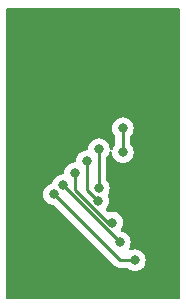
<source format=gbr>
%TF.GenerationSoftware,KiCad,Pcbnew,(6.0.7)*%
%TF.CreationDate,2023-02-25T23:23:10-06:00*%
%TF.ProjectId,SDCardToFFC,53444361-7264-4546-9f46-46432e6b6963,rev?*%
%TF.SameCoordinates,Original*%
%TF.FileFunction,Copper,L2,Bot*%
%TF.FilePolarity,Positive*%
%FSLAX46Y46*%
G04 Gerber Fmt 4.6, Leading zero omitted, Abs format (unit mm)*
G04 Created by KiCad (PCBNEW (6.0.7)) date 2023-02-25 23:23:10*
%MOMM*%
%LPD*%
G01*
G04 APERTURE LIST*
%TA.AperFunction,ViaPad*%
%ADD10C,0.800000*%
%TD*%
%TA.AperFunction,Conductor*%
%ADD11C,0.250000*%
%TD*%
G04 APERTURE END LIST*
D10*
%TO.N,DAT2*%
X136398000Y-86614000D03*
X143256000Y-92202000D03*
%TO.N,DAT3*%
X141986000Y-90678000D03*
X137160000Y-85852000D03*
%TO.N,GND*%
X141224000Y-80264000D03*
X137668000Y-92456000D03*
%TO.N,CMD*%
X141355299Y-89022701D03*
X138176000Y-84836000D03*
%TO.N,3V*%
X140149144Y-87180856D03*
X139192000Y-83820000D03*
%TO.N,CLK*%
X140208000Y-86106000D03*
X140208000Y-82804000D03*
%TO.N,DAT0*%
X142240000Y-83058000D03*
X142240000Y-81026000D03*
%TD*%
D11*
%TO.N,DAT2*%
X136398000Y-86614000D02*
X141986000Y-92202000D01*
X141986000Y-92202000D02*
X143256000Y-92202000D01*
%TO.N,DAT3*%
X137160000Y-85852000D02*
X141986000Y-90678000D01*
%TO.N,3V*%
X139192000Y-86223712D02*
X140149144Y-87180856D01*
X139192000Y-83820000D02*
X139192000Y-86223712D01*
%TO.N,CMD*%
X140966391Y-89022701D02*
X141355299Y-89022701D01*
X138176000Y-86232310D02*
X140966391Y-89022701D01*
X138176000Y-84836000D02*
X138176000Y-86232310D01*
%TO.N,CLK*%
X140208000Y-82804000D02*
X140208000Y-86106000D01*
%TO.N,DAT0*%
X142240000Y-81026000D02*
X142240000Y-83058000D01*
%TD*%
%TA.AperFunction,Conductor*%
%TO.N,GND*%
G36*
X147007621Y-70886502D02*
G01*
X147054114Y-70940158D01*
X147065500Y-70992500D01*
X147065500Y-95377500D01*
X147045498Y-95445621D01*
X146991842Y-95492114D01*
X146939500Y-95503500D01*
X132460500Y-95503500D01*
X132392379Y-95483498D01*
X132345886Y-95429842D01*
X132334500Y-95377500D01*
X132334500Y-86614000D01*
X135484496Y-86614000D01*
X135504458Y-86803928D01*
X135563473Y-86985556D01*
X135658960Y-87150944D01*
X135786747Y-87292866D01*
X135941248Y-87405118D01*
X135947276Y-87407802D01*
X135947278Y-87407803D01*
X136109681Y-87480109D01*
X136115712Y-87482794D01*
X136209112Y-87502647D01*
X136296056Y-87521128D01*
X136296061Y-87521128D01*
X136302513Y-87522500D01*
X136358406Y-87522500D01*
X136426527Y-87542502D01*
X136447501Y-87559405D01*
X141482343Y-92594247D01*
X141489887Y-92602537D01*
X141494000Y-92609018D01*
X141499777Y-92614443D01*
X141543667Y-92655658D01*
X141546509Y-92658413D01*
X141566230Y-92678134D01*
X141569425Y-92680612D01*
X141578447Y-92688318D01*
X141610679Y-92718586D01*
X141617628Y-92722406D01*
X141628432Y-92728346D01*
X141644956Y-92739199D01*
X141660959Y-92751613D01*
X141701543Y-92769176D01*
X141712173Y-92774383D01*
X141750940Y-92795695D01*
X141758617Y-92797666D01*
X141758622Y-92797668D01*
X141770558Y-92800732D01*
X141789266Y-92807137D01*
X141807855Y-92815181D01*
X141815680Y-92816420D01*
X141815682Y-92816421D01*
X141851519Y-92822097D01*
X141863140Y-92824504D01*
X141898289Y-92833528D01*
X141905970Y-92835500D01*
X141926231Y-92835500D01*
X141945940Y-92837051D01*
X141965943Y-92840219D01*
X141973835Y-92839473D01*
X141979062Y-92838979D01*
X142009954Y-92836059D01*
X142021811Y-92835500D01*
X142547800Y-92835500D01*
X142615921Y-92855502D01*
X142635147Y-92871843D01*
X142635420Y-92871540D01*
X142640332Y-92875963D01*
X142644747Y-92880866D01*
X142799248Y-92993118D01*
X142805276Y-92995802D01*
X142805278Y-92995803D01*
X142967681Y-93068109D01*
X142973712Y-93070794D01*
X143067113Y-93090647D01*
X143154056Y-93109128D01*
X143154061Y-93109128D01*
X143160513Y-93110500D01*
X143351487Y-93110500D01*
X143357939Y-93109128D01*
X143357944Y-93109128D01*
X143444888Y-93090647D01*
X143538288Y-93070794D01*
X143544319Y-93068109D01*
X143706722Y-92995803D01*
X143706724Y-92995802D01*
X143712752Y-92993118D01*
X143867253Y-92880866D01*
X143903852Y-92840219D01*
X143990621Y-92743852D01*
X143990622Y-92743851D01*
X143995040Y-92738944D01*
X144070053Y-92609018D01*
X144087223Y-92579279D01*
X144087224Y-92579278D01*
X144090527Y-92573556D01*
X144149542Y-92391928D01*
X144169504Y-92202000D01*
X144149542Y-92012072D01*
X144090527Y-91830444D01*
X143995040Y-91665056D01*
X143895121Y-91554084D01*
X143871675Y-91528045D01*
X143871674Y-91528044D01*
X143867253Y-91523134D01*
X143712752Y-91410882D01*
X143706724Y-91408198D01*
X143706722Y-91408197D01*
X143544319Y-91335891D01*
X143544318Y-91335891D01*
X143538288Y-91333206D01*
X143444888Y-91313353D01*
X143357944Y-91294872D01*
X143357939Y-91294872D01*
X143351487Y-91293500D01*
X143160513Y-91293500D01*
X143154061Y-91294872D01*
X143154056Y-91294872D01*
X143067113Y-91313353D01*
X142973712Y-91333206D01*
X142967685Y-91335889D01*
X142967677Y-91335892D01*
X142901361Y-91365418D01*
X142830994Y-91374852D01*
X142766697Y-91344745D01*
X142728884Y-91284656D01*
X142729560Y-91213663D01*
X142740994Y-91187311D01*
X142817223Y-91055279D01*
X142817224Y-91055278D01*
X142820527Y-91049556D01*
X142879542Y-90867928D01*
X142899504Y-90678000D01*
X142879542Y-90488072D01*
X142820527Y-90306444D01*
X142725040Y-90141056D01*
X142597253Y-89999134D01*
X142442752Y-89886882D01*
X142436724Y-89884198D01*
X142436722Y-89884197D01*
X142274319Y-89811891D01*
X142274318Y-89811891D01*
X142268288Y-89809206D01*
X142147142Y-89783455D01*
X142084670Y-89749728D01*
X142050348Y-89687578D01*
X142055076Y-89616739D01*
X142079701Y-89575902D01*
X142094339Y-89559645D01*
X142189826Y-89394257D01*
X142248841Y-89212629D01*
X142268803Y-89022701D01*
X142248841Y-88832773D01*
X142189826Y-88651145D01*
X142094339Y-88485757D01*
X141966552Y-88343835D01*
X141812051Y-88231583D01*
X141806023Y-88228899D01*
X141806021Y-88228898D01*
X141643618Y-88156592D01*
X141643617Y-88156592D01*
X141637587Y-88153907D01*
X141544186Y-88134054D01*
X141457243Y-88115573D01*
X141457238Y-88115573D01*
X141450786Y-88114201D01*
X141259812Y-88114201D01*
X141253360Y-88115573D01*
X141253355Y-88115573D01*
X141074356Y-88153621D01*
X141003565Y-88148219D01*
X140959064Y-88119469D01*
X140816006Y-87976411D01*
X140781980Y-87914099D01*
X140787045Y-87843284D01*
X140811464Y-87803006D01*
X140888184Y-87717800D01*
X140983671Y-87552412D01*
X141042686Y-87370784D01*
X141050876Y-87292866D01*
X141061958Y-87187421D01*
X141062648Y-87180856D01*
X141042686Y-86990928D01*
X140983671Y-86809300D01*
X140953706Y-86757399D01*
X140936968Y-86688404D01*
X140953706Y-86631399D01*
X141039223Y-86483279D01*
X141039224Y-86483278D01*
X141042527Y-86477556D01*
X141101542Y-86295928D01*
X141121504Y-86106000D01*
X141104062Y-85940045D01*
X141102232Y-85922635D01*
X141102232Y-85922633D01*
X141101542Y-85916072D01*
X141042527Y-85734444D01*
X140947040Y-85569056D01*
X140873863Y-85487785D01*
X140843147Y-85423779D01*
X140841500Y-85403476D01*
X140841500Y-83506524D01*
X140861502Y-83438403D01*
X140873858Y-83422221D01*
X140947040Y-83340944D01*
X141042527Y-83175556D01*
X141083246Y-83050238D01*
X141123318Y-82991633D01*
X141188715Y-82963996D01*
X141258672Y-82976103D01*
X141310978Y-83024109D01*
X141328388Y-83076004D01*
X141335234Y-83141134D01*
X141346458Y-83247928D01*
X141405473Y-83429556D01*
X141500960Y-83594944D01*
X141505378Y-83599851D01*
X141505379Y-83599852D01*
X141532589Y-83630072D01*
X141628747Y-83736866D01*
X141783248Y-83849118D01*
X141789276Y-83851802D01*
X141789278Y-83851803D01*
X141951681Y-83924109D01*
X141957712Y-83926794D01*
X142051112Y-83946647D01*
X142138056Y-83965128D01*
X142138061Y-83965128D01*
X142144513Y-83966500D01*
X142335487Y-83966500D01*
X142341939Y-83965128D01*
X142341944Y-83965128D01*
X142428887Y-83946647D01*
X142522288Y-83926794D01*
X142528319Y-83924109D01*
X142690722Y-83851803D01*
X142690724Y-83851802D01*
X142696752Y-83849118D01*
X142851253Y-83736866D01*
X142947411Y-83630072D01*
X142974621Y-83599852D01*
X142974622Y-83599851D01*
X142979040Y-83594944D01*
X143074527Y-83429556D01*
X143133542Y-83247928D01*
X143145175Y-83137251D01*
X143152814Y-83064565D01*
X143153504Y-83058000D01*
X143142280Y-82951206D01*
X143134232Y-82874635D01*
X143134232Y-82874633D01*
X143133542Y-82868072D01*
X143074527Y-82686444D01*
X142979040Y-82521056D01*
X142905863Y-82439785D01*
X142875147Y-82375779D01*
X142873500Y-82355476D01*
X142873500Y-81728524D01*
X142893502Y-81660403D01*
X142905858Y-81644221D01*
X142979040Y-81562944D01*
X143074527Y-81397556D01*
X143133542Y-81215928D01*
X143153504Y-81026000D01*
X143133542Y-80836072D01*
X143074527Y-80654444D01*
X142979040Y-80489056D01*
X142851253Y-80347134D01*
X142696752Y-80234882D01*
X142690724Y-80232198D01*
X142690722Y-80232197D01*
X142528319Y-80159891D01*
X142528318Y-80159891D01*
X142522288Y-80157206D01*
X142428887Y-80137353D01*
X142341944Y-80118872D01*
X142341939Y-80118872D01*
X142335487Y-80117500D01*
X142144513Y-80117500D01*
X142138061Y-80118872D01*
X142138056Y-80118872D01*
X142051113Y-80137353D01*
X141957712Y-80157206D01*
X141951682Y-80159891D01*
X141951681Y-80159891D01*
X141789278Y-80232197D01*
X141789276Y-80232198D01*
X141783248Y-80234882D01*
X141628747Y-80347134D01*
X141500960Y-80489056D01*
X141405473Y-80654444D01*
X141346458Y-80836072D01*
X141326496Y-81026000D01*
X141346458Y-81215928D01*
X141405473Y-81397556D01*
X141500960Y-81562944D01*
X141574137Y-81644215D01*
X141604853Y-81708221D01*
X141606500Y-81728524D01*
X141606500Y-82355476D01*
X141586498Y-82423597D01*
X141574142Y-82439779D01*
X141500960Y-82521056D01*
X141405473Y-82686444D01*
X141367277Y-82804000D01*
X141364755Y-82811761D01*
X141324682Y-82870367D01*
X141259285Y-82898004D01*
X141189328Y-82885897D01*
X141137022Y-82837891D01*
X141119612Y-82785996D01*
X141102232Y-82620634D01*
X141102231Y-82620631D01*
X141101542Y-82614072D01*
X141042527Y-82432444D01*
X140947040Y-82267056D01*
X140819253Y-82125134D01*
X140664752Y-82012882D01*
X140658724Y-82010198D01*
X140658722Y-82010197D01*
X140496319Y-81937891D01*
X140496318Y-81937891D01*
X140490288Y-81935206D01*
X140396888Y-81915353D01*
X140309944Y-81896872D01*
X140309939Y-81896872D01*
X140303487Y-81895500D01*
X140112513Y-81895500D01*
X140106061Y-81896872D01*
X140106056Y-81896872D01*
X140019112Y-81915353D01*
X139925712Y-81935206D01*
X139919682Y-81937891D01*
X139919681Y-81937891D01*
X139757278Y-82010197D01*
X139757276Y-82010198D01*
X139751248Y-82012882D01*
X139596747Y-82125134D01*
X139468960Y-82267056D01*
X139373473Y-82432444D01*
X139314458Y-82614072D01*
X139313769Y-82620631D01*
X139313768Y-82620634D01*
X139295056Y-82798671D01*
X139268043Y-82864327D01*
X139209821Y-82904957D01*
X139169746Y-82911500D01*
X139096513Y-82911500D01*
X139090061Y-82912872D01*
X139090056Y-82912872D01*
X139003112Y-82931353D01*
X138909712Y-82951206D01*
X138903682Y-82953891D01*
X138903681Y-82953891D01*
X138741278Y-83026197D01*
X138741276Y-83026198D01*
X138735248Y-83028882D01*
X138729907Y-83032762D01*
X138729906Y-83032763D01*
X138695171Y-83058000D01*
X138580747Y-83141134D01*
X138576326Y-83146044D01*
X138576325Y-83146045D01*
X138478937Y-83254206D01*
X138452960Y-83283056D01*
X138449659Y-83288774D01*
X138372618Y-83422213D01*
X138357473Y-83448444D01*
X138298458Y-83630072D01*
X138297769Y-83636631D01*
X138297768Y-83636634D01*
X138279056Y-83814671D01*
X138252043Y-83880327D01*
X138193821Y-83920957D01*
X138153746Y-83927500D01*
X138080513Y-83927500D01*
X138074061Y-83928872D01*
X138074056Y-83928872D01*
X137987112Y-83947353D01*
X137893712Y-83967206D01*
X137887682Y-83969891D01*
X137887681Y-83969891D01*
X137725278Y-84042197D01*
X137725276Y-84042198D01*
X137719248Y-84044882D01*
X137564747Y-84157134D01*
X137436960Y-84299056D01*
X137341473Y-84464444D01*
X137282458Y-84646072D01*
X137281769Y-84652631D01*
X137281768Y-84652634D01*
X137263056Y-84830671D01*
X137236043Y-84896327D01*
X137177821Y-84936957D01*
X137137746Y-84943500D01*
X137064513Y-84943500D01*
X137058061Y-84944872D01*
X137058056Y-84944872D01*
X136971113Y-84963353D01*
X136877712Y-84983206D01*
X136871682Y-84985891D01*
X136871681Y-84985891D01*
X136709278Y-85058197D01*
X136709276Y-85058198D01*
X136703248Y-85060882D01*
X136548747Y-85173134D01*
X136420960Y-85315056D01*
X136325473Y-85480444D01*
X136323431Y-85486729D01*
X136271106Y-85647768D01*
X136231032Y-85706374D01*
X136177471Y-85732078D01*
X136115712Y-85745206D01*
X136109682Y-85747891D01*
X136109681Y-85747891D01*
X135947278Y-85820197D01*
X135947276Y-85820198D01*
X135941248Y-85822882D01*
X135786747Y-85935134D01*
X135658960Y-86077056D01*
X135563473Y-86242444D01*
X135504458Y-86424072D01*
X135484496Y-86614000D01*
X132334500Y-86614000D01*
X132334500Y-70992500D01*
X132354502Y-70924379D01*
X132408158Y-70877886D01*
X132460500Y-70866500D01*
X146939500Y-70866500D01*
X147007621Y-70886502D01*
G37*
%TD.AperFunction*%
%TD*%
M02*

</source>
